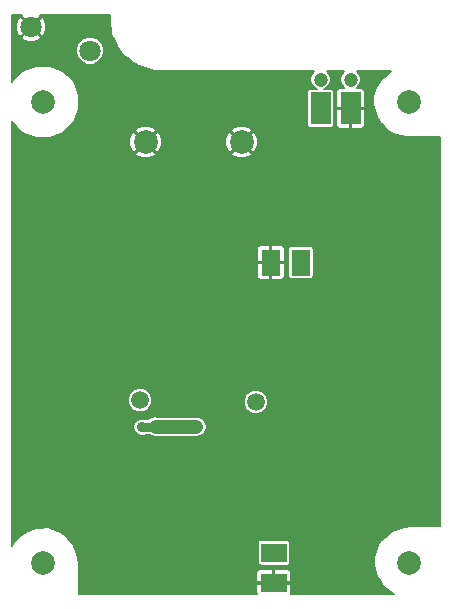
<source format=gtl>
G04 #@! TF.GenerationSoftware,KiCad,Pcbnew,(5.0.2)-1*
G04 #@! TF.CreationDate,2019-05-03T15:30:51-04:00*
G04 #@! TF.ProjectId,TrafMasterV1,54726166-4d61-4737-9465-7256312e6b69,V1*
G04 #@! TF.SameCoordinates,Original*
G04 #@! TF.FileFunction,Copper,L1,Top*
G04 #@! TF.FilePolarity,Positive*
%FSLAX46Y46*%
G04 Gerber Fmt 4.6, Leading zero omitted, Abs format (unit mm)*
G04 Created by KiCad (PCBNEW (5.0.2)-1) date 5/3/2019 3:30:51 PM*
%MOMM*%
%LPD*%
G01*
G04 APERTURE LIST*
G04 #@! TA.AperFunction,ComponentPad*
%ADD10C,1.300000*%
G04 #@! TD*
G04 #@! TA.AperFunction,BGAPad,CuDef*
%ADD11C,1.800000*%
G04 #@! TD*
G04 #@! TA.AperFunction,ComponentPad*
%ADD12C,1.500000*%
G04 #@! TD*
G04 #@! TA.AperFunction,ComponentPad*
%ADD13C,2.000000*%
G04 #@! TD*
G04 #@! TA.AperFunction,ComponentPad*
%ADD14C,1.200000*%
G04 #@! TD*
G04 #@! TA.AperFunction,ComponentPad*
%ADD15R,1.700000X2.700000*%
G04 #@! TD*
G04 #@! TA.AperFunction,ComponentPad*
%ADD16R,2.200000X1.600000*%
G04 #@! TD*
G04 #@! TA.AperFunction,ComponentPad*
%ADD17R,1.600000X2.200000*%
G04 #@! TD*
G04 #@! TA.AperFunction,ViaPad*
%ADD18C,0.635000*%
G04 #@! TD*
G04 #@! TA.AperFunction,ViaPad*
%ADD19C,0.889000*%
G04 #@! TD*
G04 #@! TA.AperFunction,Conductor*
%ADD20C,1.143000*%
G04 #@! TD*
G04 #@! TA.AperFunction,Conductor*
%ADD21C,0.762000*%
G04 #@! TD*
G04 #@! TA.AperFunction,Conductor*
%ADD22C,0.152400*%
G04 #@! TD*
G04 APERTURE END LIST*
D10*
G04 #@! TO.P,P4,1*
G04 #@! TO.N,Dev+*
X24790400Y-20091400D03*
D11*
X24790400Y-20091400D03*
G04 #@! TD*
D10*
G04 #@! TO.P,P5,1*
G04 #@! TO.N,GND1*
X19786600Y-18084800D03*
D11*
X19786600Y-18084800D03*
G04 #@! TD*
D12*
G04 #@! TO.P,P10,*
G04 #@! TO.N,*
X29014800Y-49704000D03*
G04 #@! TD*
D13*
G04 #@! TO.P,P9,5*
G04 #@! TO.N,GND1*
X37600700Y-27841900D03*
X29480700Y-27841900D03*
G04 #@! TD*
G04 #@! TO.P,P2,*
G04 #@! TO.N,*
X51790600Y-24434800D03*
G04 #@! TD*
G04 #@! TO.P,P3,*
G04 #@! TO.N,*
X20777200Y-24434800D03*
G04 #@! TD*
G04 #@! TO.P,P6,*
G04 #@! TO.N,*
X20777200Y-63449200D03*
G04 #@! TD*
G04 #@! TO.P,P7,*
G04 #@! TO.N,*
X51765200Y-63449200D03*
G04 #@! TD*
D12*
G04 #@! TO.P,P11,*
G04 #@! TO.N,*
X38798500Y-49847500D03*
G04 #@! TD*
D14*
G04 #@! TO.P,P8,*
G04 #@! TO.N,*
X46824900Y-22543600D03*
X44284900Y-22543600D03*
D15*
G04 #@! TO.P,P8,2*
G04 #@! TO.N,GND1*
X46824900Y-24993600D03*
G04 #@! TO.P,P8,1*
G04 #@! TO.N,12V_IN_RAW*
X44284900Y-24993600D03*
G04 #@! TD*
D16*
G04 #@! TO.P,P13,2*
G04 #@! TO.N,GND1*
X40335200Y-65161160D03*
G04 #@! TO.P,P13,1*
G04 #@! TO.N,5V*
X40335200Y-62621160D03*
G04 #@! TD*
D17*
G04 #@! TO.P,P14,2*
G04 #@! TO.N,GND1*
X40068500Y-38036500D03*
G04 #@! TO.P,P14,1*
G04 #@! TO.N,12V*
X42608500Y-38036500D03*
G04 #@! TD*
D18*
G04 #@! TO.N,GND1*
X24323800Y-45215300D03*
X24323800Y-44040300D03*
X23148800Y-44040300D03*
X35709480Y-64313700D03*
X49066960Y-50547780D03*
X39283640Y-31892240D03*
X21463000Y-50419000D03*
X26187400Y-52527200D03*
X50241960Y-51722780D03*
X53512720Y-48803560D03*
X52228500Y-41493440D03*
X31892240Y-60622100D03*
X33177480Y-59032140D03*
X44963080Y-60863480D03*
X46741080Y-63555880D03*
X30447301Y-50896520D03*
X32832040Y-50576480D03*
D19*
X19070320Y-57109360D03*
D18*
X52837080Y-58506360D03*
X39436040Y-58343800D03*
X23148800Y-45215300D03*
X49066960Y-51722780D03*
X50241960Y-50547780D03*
X41224200Y-53456840D03*
X53660040Y-40269160D03*
X42382440Y-45689520D03*
X35742880Y-36565840D03*
X31267400Y-36550600D03*
X31137839Y-55003422D03*
X35683847Y-39359169D03*
X34223960Y-39090600D03*
X41625520Y-24384000D03*
X45212000Y-37906960D03*
D19*
X25857200Y-33832800D03*
X20193000Y-28067000D03*
G04 #@! TO.N,12V*
X33771840Y-51943000D03*
X29157641Y-51982081D03*
G04 #@! TD*
D20*
G04 #@! TO.N,12V*
X30325381Y-51937920D02*
X30320301Y-51943000D01*
X30330461Y-51943000D02*
X33771840Y-51943000D01*
X30325381Y-51937920D02*
X30330461Y-51943000D01*
D21*
X30325381Y-51937920D02*
X30281220Y-51982081D01*
X29786258Y-51982081D02*
X29157641Y-51982081D01*
X30281220Y-51982081D02*
X29786258Y-51982081D01*
G04 #@! TD*
D22*
G04 #@! TO.N,GND1*
G36*
X18967077Y-17193435D02*
X19786600Y-18012958D01*
X20606123Y-17193435D01*
X20570025Y-17118400D01*
X26442600Y-17118400D01*
X26442600Y-17381860D01*
X26440886Y-17399533D01*
X26442600Y-17416673D01*
X26442600Y-17433903D01*
X26446065Y-17451322D01*
X26567374Y-18664415D01*
X26563567Y-18694615D01*
X26574321Y-18733885D01*
X26574832Y-18738994D01*
X26583531Y-18767517D01*
X26591406Y-18796273D01*
X26593702Y-18800865D01*
X26605580Y-18839811D01*
X26624925Y-18863312D01*
X26845406Y-19304273D01*
X27113718Y-19840897D01*
X27127538Y-19869716D01*
X27129307Y-19872074D01*
X27130625Y-19874711D01*
X27150233Y-19899976D01*
X27502789Y-20370053D01*
X27512765Y-20394065D01*
X27544699Y-20425932D01*
X27550422Y-20433563D01*
X27569375Y-20450556D01*
X27587373Y-20468517D01*
X27595301Y-20473802D01*
X27628898Y-20503926D01*
X27653432Y-20512556D01*
X27968216Y-20722413D01*
X28290712Y-21044910D01*
X28302023Y-21064752D01*
X28340126Y-21094324D01*
X28349081Y-21103279D01*
X28367657Y-21115691D01*
X28385289Y-21129375D01*
X28396607Y-21135034D01*
X28436720Y-21161836D01*
X28459124Y-21166293D01*
X28915893Y-21394678D01*
X28937817Y-21407175D01*
X28947030Y-21410246D01*
X28955726Y-21414594D01*
X28980091Y-21421266D01*
X29385041Y-21556250D01*
X29385042Y-21556250D01*
X29712802Y-21665504D01*
X29725184Y-21671353D01*
X29745848Y-21676519D01*
X29766041Y-21683250D01*
X29779619Y-21684962D01*
X30207306Y-21791883D01*
X30214720Y-21796837D01*
X30275412Y-21808910D01*
X30300906Y-21815283D01*
X30309574Y-21815705D01*
X30318096Y-21817400D01*
X30344402Y-21817400D01*
X30406183Y-21820407D01*
X30414575Y-21817400D01*
X43767441Y-21817400D01*
X43539381Y-22045460D01*
X43405500Y-22368677D01*
X43405500Y-22718523D01*
X43539381Y-23041740D01*
X43786760Y-23289119D01*
X43954808Y-23358727D01*
X43434900Y-23358727D01*
X43325884Y-23380412D01*
X43233464Y-23442164D01*
X43171712Y-23534584D01*
X43150027Y-23643600D01*
X43150027Y-26343600D01*
X43171712Y-26452616D01*
X43233464Y-26545036D01*
X43325884Y-26606788D01*
X43434900Y-26628473D01*
X45134900Y-26628473D01*
X45243916Y-26606788D01*
X45336336Y-26545036D01*
X45398088Y-26452616D01*
X45419773Y-26343600D01*
X45419773Y-25139650D01*
X45593900Y-25139650D01*
X45593900Y-26419385D01*
X45651904Y-26559419D01*
X45759080Y-26666596D01*
X45899114Y-26724600D01*
X46678850Y-26724600D01*
X46774100Y-26629350D01*
X46774100Y-25044400D01*
X46875700Y-25044400D01*
X46875700Y-26629350D01*
X46970950Y-26724600D01*
X47750686Y-26724600D01*
X47890720Y-26666596D01*
X47997896Y-26559419D01*
X48055900Y-26419385D01*
X48055900Y-25139650D01*
X47960650Y-25044400D01*
X46875700Y-25044400D01*
X46774100Y-25044400D01*
X45689150Y-25044400D01*
X45593900Y-25139650D01*
X45419773Y-25139650D01*
X45419773Y-23643600D01*
X45398088Y-23534584D01*
X45336336Y-23442164D01*
X45243916Y-23380412D01*
X45134900Y-23358727D01*
X44614992Y-23358727D01*
X44783040Y-23289119D01*
X45030419Y-23041740D01*
X45164300Y-22718523D01*
X45164300Y-22368677D01*
X45030419Y-22045460D01*
X44802359Y-21817400D01*
X46307441Y-21817400D01*
X46079381Y-22045460D01*
X45945500Y-22368677D01*
X45945500Y-22718523D01*
X46079381Y-23041740D01*
X46300241Y-23262600D01*
X45899114Y-23262600D01*
X45759080Y-23320604D01*
X45651904Y-23427781D01*
X45593900Y-23567815D01*
X45593900Y-24847550D01*
X45689150Y-24942800D01*
X46774100Y-24942800D01*
X46774100Y-24922800D01*
X46875700Y-24922800D01*
X46875700Y-24942800D01*
X47960650Y-24942800D01*
X48055900Y-24847550D01*
X48055900Y-23567815D01*
X47997896Y-23427781D01*
X47890720Y-23320604D01*
X47750686Y-23262600D01*
X47349559Y-23262600D01*
X47570419Y-23041740D01*
X47704300Y-22718523D01*
X47704300Y-22368677D01*
X47570419Y-22045460D01*
X47342359Y-21817400D01*
X50234222Y-21817400D01*
X49885707Y-22142681D01*
X49379049Y-22573340D01*
X49363783Y-22591014D01*
X49109783Y-22997414D01*
X49102898Y-23011457D01*
X48747298Y-23976657D01*
X48742649Y-24005720D01*
X48768049Y-24716920D01*
X48769480Y-24729144D01*
X48820280Y-24983144D01*
X48821940Y-24989848D01*
X49025140Y-25675648D01*
X49034019Y-25695076D01*
X49440419Y-26330076D01*
X49451986Y-26344120D01*
X50010786Y-26877520D01*
X50026394Y-26889011D01*
X50712194Y-27270011D01*
X50737436Y-27278687D01*
X51550236Y-27405687D01*
X51559995Y-27406574D01*
X52525195Y-27431974D01*
X52527200Y-27432000D01*
X54382601Y-27432000D01*
X54382600Y-60375800D01*
X51993800Y-60375800D01*
X51984721Y-60376343D01*
X51349721Y-60452543D01*
X51337612Y-60455005D01*
X50372412Y-60734405D01*
X50341607Y-60751894D01*
X49961907Y-61106281D01*
X49455249Y-61536940D01*
X49439983Y-61554614D01*
X49185983Y-61961014D01*
X49179098Y-61975057D01*
X48823498Y-62940257D01*
X48818849Y-62969320D01*
X48844249Y-63680520D01*
X48845680Y-63692744D01*
X48896480Y-63946744D01*
X48898140Y-63953448D01*
X49101340Y-64639248D01*
X49110219Y-64658676D01*
X49516619Y-65293676D01*
X49528186Y-65307720D01*
X50086986Y-65841120D01*
X50102594Y-65852611D01*
X50487774Y-66066600D01*
X41803916Y-66066600D01*
X41816200Y-66036945D01*
X41816200Y-65307210D01*
X41720950Y-65211960D01*
X40386000Y-65211960D01*
X40386000Y-65231960D01*
X40284400Y-65231960D01*
X40284400Y-65211960D01*
X38949450Y-65211960D01*
X38854200Y-65307210D01*
X38854200Y-66036945D01*
X38866484Y-66066600D01*
X23799800Y-66066600D01*
X23799800Y-64285375D01*
X38854200Y-64285375D01*
X38854200Y-65015110D01*
X38949450Y-65110360D01*
X40284400Y-65110360D01*
X40284400Y-64075410D01*
X40386000Y-64075410D01*
X40386000Y-65110360D01*
X41720950Y-65110360D01*
X41816200Y-65015110D01*
X41816200Y-64285375D01*
X41758196Y-64145341D01*
X41651020Y-64038164D01*
X41510986Y-63980160D01*
X40481250Y-63980160D01*
X40386000Y-64075410D01*
X40284400Y-64075410D01*
X40189150Y-63980160D01*
X39159414Y-63980160D01*
X39019380Y-64038164D01*
X38912204Y-64145341D01*
X38854200Y-64285375D01*
X23799800Y-64285375D01*
X23799800Y-63627000D01*
X23799257Y-63617921D01*
X23723057Y-62982921D01*
X23720595Y-62970812D01*
X23441195Y-62005612D01*
X23423706Y-61974807D01*
X23280302Y-61821160D01*
X38950327Y-61821160D01*
X38950327Y-63421160D01*
X38972012Y-63530176D01*
X39033764Y-63622596D01*
X39126184Y-63684348D01*
X39235200Y-63706033D01*
X41435200Y-63706033D01*
X41544216Y-63684348D01*
X41636636Y-63622596D01*
X41698388Y-63530176D01*
X41720073Y-63421160D01*
X41720073Y-61821160D01*
X41698388Y-61712144D01*
X41636636Y-61619724D01*
X41544216Y-61557972D01*
X41435200Y-61536287D01*
X39235200Y-61536287D01*
X39126184Y-61557972D01*
X39033764Y-61619724D01*
X38972012Y-61712144D01*
X38950327Y-61821160D01*
X23280302Y-61821160D01*
X23069319Y-61595107D01*
X22638660Y-61088449D01*
X22620986Y-61073183D01*
X22214586Y-60819183D01*
X22200543Y-60812298D01*
X21235343Y-60456698D01*
X21206280Y-60452049D01*
X20495080Y-60477449D01*
X20482856Y-60478880D01*
X20228856Y-60529680D01*
X20222152Y-60531340D01*
X19536352Y-60734540D01*
X19516924Y-60743419D01*
X18881924Y-61149819D01*
X18867880Y-61161386D01*
X18334480Y-61720186D01*
X18322989Y-61735794D01*
X18134400Y-62075254D01*
X18134400Y-51838088D01*
X28433741Y-51838088D01*
X28433741Y-52126074D01*
X28543948Y-52392137D01*
X28747585Y-52595774D01*
X29013648Y-52705981D01*
X29301634Y-52705981D01*
X29454936Y-52642481D01*
X29835570Y-52642481D01*
X29988297Y-52744530D01*
X30320301Y-52810570D01*
X30325381Y-52809560D01*
X30330460Y-52810570D01*
X30414266Y-52793900D01*
X33855646Y-52793900D01*
X34103845Y-52744530D01*
X34385305Y-52556465D01*
X34573370Y-52275005D01*
X34639410Y-51943000D01*
X34573370Y-51610995D01*
X34385305Y-51329535D01*
X34103845Y-51141470D01*
X33855646Y-51092100D01*
X30434725Y-51092100D01*
X30325381Y-51070350D01*
X30325380Y-51070350D01*
X29993377Y-51136390D01*
X29716070Y-51321681D01*
X29454936Y-51321681D01*
X29301634Y-51258181D01*
X29013648Y-51258181D01*
X28747585Y-51368388D01*
X28543948Y-51572025D01*
X28433741Y-51838088D01*
X18134400Y-51838088D01*
X18134400Y-49499240D01*
X27985400Y-49499240D01*
X27985400Y-49908760D01*
X28142117Y-50287108D01*
X28431692Y-50576683D01*
X28810040Y-50733400D01*
X29219560Y-50733400D01*
X29597908Y-50576683D01*
X29887483Y-50287108D01*
X30044200Y-49908760D01*
X30044200Y-49642740D01*
X37769100Y-49642740D01*
X37769100Y-50052260D01*
X37925817Y-50430608D01*
X38215392Y-50720183D01*
X38593740Y-50876900D01*
X39003260Y-50876900D01*
X39381608Y-50720183D01*
X39671183Y-50430608D01*
X39827900Y-50052260D01*
X39827900Y-49642740D01*
X39671183Y-49264392D01*
X39381608Y-48974817D01*
X39003260Y-48818100D01*
X38593740Y-48818100D01*
X38215392Y-48974817D01*
X37925817Y-49264392D01*
X37769100Y-49642740D01*
X30044200Y-49642740D01*
X30044200Y-49499240D01*
X29887483Y-49120892D01*
X29597908Y-48831317D01*
X29219560Y-48674600D01*
X28810040Y-48674600D01*
X28431692Y-48831317D01*
X28142117Y-49120892D01*
X27985400Y-49499240D01*
X18134400Y-49499240D01*
X18134400Y-38182550D01*
X38887500Y-38182550D01*
X38887500Y-39212286D01*
X38945504Y-39352320D01*
X39052681Y-39459496D01*
X39192715Y-39517500D01*
X39922450Y-39517500D01*
X40017700Y-39422250D01*
X40017700Y-38087300D01*
X40119300Y-38087300D01*
X40119300Y-39422250D01*
X40214550Y-39517500D01*
X40944285Y-39517500D01*
X41084319Y-39459496D01*
X41191496Y-39352320D01*
X41249500Y-39212286D01*
X41249500Y-38182550D01*
X41154250Y-38087300D01*
X40119300Y-38087300D01*
X40017700Y-38087300D01*
X38982750Y-38087300D01*
X38887500Y-38182550D01*
X18134400Y-38182550D01*
X18134400Y-36860714D01*
X38887500Y-36860714D01*
X38887500Y-37890450D01*
X38982750Y-37985700D01*
X40017700Y-37985700D01*
X40017700Y-36650750D01*
X40119300Y-36650750D01*
X40119300Y-37985700D01*
X41154250Y-37985700D01*
X41249500Y-37890450D01*
X41249500Y-36936500D01*
X41523627Y-36936500D01*
X41523627Y-39136500D01*
X41545312Y-39245516D01*
X41607064Y-39337936D01*
X41699484Y-39399688D01*
X41808500Y-39421373D01*
X43408500Y-39421373D01*
X43517516Y-39399688D01*
X43609936Y-39337936D01*
X43671688Y-39245516D01*
X43693373Y-39136500D01*
X43693373Y-36936500D01*
X43671688Y-36827484D01*
X43609936Y-36735064D01*
X43517516Y-36673312D01*
X43408500Y-36651627D01*
X41808500Y-36651627D01*
X41699484Y-36673312D01*
X41607064Y-36735064D01*
X41545312Y-36827484D01*
X41523627Y-36936500D01*
X41249500Y-36936500D01*
X41249500Y-36860714D01*
X41191496Y-36720680D01*
X41084319Y-36613504D01*
X40944285Y-36555500D01*
X40214550Y-36555500D01*
X40119300Y-36650750D01*
X40017700Y-36650750D01*
X39922450Y-36555500D01*
X39192715Y-36555500D01*
X39052681Y-36613504D01*
X38945504Y-36720680D01*
X38887500Y-36860714D01*
X18134400Y-36860714D01*
X18134400Y-28805419D01*
X28589023Y-28805419D01*
X28694703Y-29010158D01*
X29201606Y-29222018D01*
X29750999Y-29223768D01*
X30259242Y-29015140D01*
X30266697Y-29010158D01*
X30372377Y-28805419D01*
X36709023Y-28805419D01*
X36814703Y-29010158D01*
X37321606Y-29222018D01*
X37870999Y-29223768D01*
X38379242Y-29015140D01*
X38386697Y-29010158D01*
X38492377Y-28805419D01*
X37600700Y-27913742D01*
X36709023Y-28805419D01*
X30372377Y-28805419D01*
X29480700Y-27913742D01*
X28589023Y-28805419D01*
X18134400Y-28805419D01*
X18134400Y-28112199D01*
X28098832Y-28112199D01*
X28307460Y-28620442D01*
X28312442Y-28627897D01*
X28517181Y-28733577D01*
X29408858Y-27841900D01*
X29552542Y-27841900D01*
X30444219Y-28733577D01*
X30648958Y-28627897D01*
X30860818Y-28120994D01*
X30860846Y-28112199D01*
X36218832Y-28112199D01*
X36427460Y-28620442D01*
X36432442Y-28627897D01*
X36637181Y-28733577D01*
X37528858Y-27841900D01*
X37672542Y-27841900D01*
X38564219Y-28733577D01*
X38768958Y-28627897D01*
X38980818Y-28120994D01*
X38982568Y-27571601D01*
X38773940Y-27063358D01*
X38768958Y-27055903D01*
X38564219Y-26950223D01*
X37672542Y-27841900D01*
X37528858Y-27841900D01*
X36637181Y-26950223D01*
X36432442Y-27055903D01*
X36220582Y-27562806D01*
X36218832Y-28112199D01*
X30860846Y-28112199D01*
X30862568Y-27571601D01*
X30653940Y-27063358D01*
X30648958Y-27055903D01*
X30444219Y-26950223D01*
X29552542Y-27841900D01*
X29408858Y-27841900D01*
X28517181Y-26950223D01*
X28312442Y-27055903D01*
X28100582Y-27562806D01*
X28098832Y-28112199D01*
X18134400Y-28112199D01*
X18134400Y-26093013D01*
X18169324Y-26177327D01*
X19034673Y-27042676D01*
X20165306Y-27511000D01*
X21389094Y-27511000D01*
X22519727Y-27042676D01*
X22684022Y-26878381D01*
X28589023Y-26878381D01*
X29480700Y-27770058D01*
X30372377Y-26878381D01*
X36709023Y-26878381D01*
X37600700Y-27770058D01*
X38492377Y-26878381D01*
X38386697Y-26673642D01*
X37879794Y-26461782D01*
X37330401Y-26460032D01*
X36822158Y-26668660D01*
X36814703Y-26673642D01*
X36709023Y-26878381D01*
X30372377Y-26878381D01*
X30266697Y-26673642D01*
X29759794Y-26461782D01*
X29210401Y-26460032D01*
X28702158Y-26668660D01*
X28694703Y-26673642D01*
X28589023Y-26878381D01*
X22684022Y-26878381D01*
X23385076Y-26177327D01*
X23853400Y-25046694D01*
X23853400Y-23822906D01*
X23385076Y-22692273D01*
X22519727Y-21826924D01*
X21389094Y-21358600D01*
X20165306Y-21358600D01*
X19034673Y-21826924D01*
X18169324Y-22692273D01*
X18134400Y-22776587D01*
X18134400Y-19856803D01*
X23611000Y-19856803D01*
X23611000Y-20325997D01*
X23790553Y-20759477D01*
X24122323Y-21091247D01*
X24555803Y-21270800D01*
X25024997Y-21270800D01*
X25458477Y-21091247D01*
X25790247Y-20759477D01*
X25969800Y-20325997D01*
X25969800Y-19856803D01*
X25790247Y-19423323D01*
X25458477Y-19091553D01*
X25024997Y-18912000D01*
X24555803Y-18912000D01*
X24122323Y-19091553D01*
X23790553Y-19423323D01*
X23611000Y-19856803D01*
X18134400Y-19856803D01*
X18134400Y-18976165D01*
X18967077Y-18976165D01*
X19060575Y-19170514D01*
X19531325Y-19365707D01*
X20040938Y-19365894D01*
X20511831Y-19171045D01*
X20512625Y-19170514D01*
X20606123Y-18976165D01*
X19786600Y-18156642D01*
X18967077Y-18976165D01*
X18134400Y-18976165D01*
X18134400Y-18339138D01*
X18505506Y-18339138D01*
X18700355Y-18810031D01*
X18700886Y-18810825D01*
X18895235Y-18904323D01*
X19714758Y-18084800D01*
X19858442Y-18084800D01*
X20677965Y-18904323D01*
X20872314Y-18810825D01*
X21067507Y-18340075D01*
X21067694Y-17830462D01*
X20872845Y-17359569D01*
X20872314Y-17358775D01*
X20677965Y-17265277D01*
X19858442Y-18084800D01*
X19714758Y-18084800D01*
X18895235Y-17265277D01*
X18700886Y-17358775D01*
X18505693Y-17829525D01*
X18505506Y-18339138D01*
X18134400Y-18339138D01*
X18134400Y-17118400D01*
X19003175Y-17118400D01*
X18967077Y-17193435D01*
X18967077Y-17193435D01*
G37*
X18967077Y-17193435D02*
X19786600Y-18012958D01*
X20606123Y-17193435D01*
X20570025Y-17118400D01*
X26442600Y-17118400D01*
X26442600Y-17381860D01*
X26440886Y-17399533D01*
X26442600Y-17416673D01*
X26442600Y-17433903D01*
X26446065Y-17451322D01*
X26567374Y-18664415D01*
X26563567Y-18694615D01*
X26574321Y-18733885D01*
X26574832Y-18738994D01*
X26583531Y-18767517D01*
X26591406Y-18796273D01*
X26593702Y-18800865D01*
X26605580Y-18839811D01*
X26624925Y-18863312D01*
X26845406Y-19304273D01*
X27113718Y-19840897D01*
X27127538Y-19869716D01*
X27129307Y-19872074D01*
X27130625Y-19874711D01*
X27150233Y-19899976D01*
X27502789Y-20370053D01*
X27512765Y-20394065D01*
X27544699Y-20425932D01*
X27550422Y-20433563D01*
X27569375Y-20450556D01*
X27587373Y-20468517D01*
X27595301Y-20473802D01*
X27628898Y-20503926D01*
X27653432Y-20512556D01*
X27968216Y-20722413D01*
X28290712Y-21044910D01*
X28302023Y-21064752D01*
X28340126Y-21094324D01*
X28349081Y-21103279D01*
X28367657Y-21115691D01*
X28385289Y-21129375D01*
X28396607Y-21135034D01*
X28436720Y-21161836D01*
X28459124Y-21166293D01*
X28915893Y-21394678D01*
X28937817Y-21407175D01*
X28947030Y-21410246D01*
X28955726Y-21414594D01*
X28980091Y-21421266D01*
X29385041Y-21556250D01*
X29385042Y-21556250D01*
X29712802Y-21665504D01*
X29725184Y-21671353D01*
X29745848Y-21676519D01*
X29766041Y-21683250D01*
X29779619Y-21684962D01*
X30207306Y-21791883D01*
X30214720Y-21796837D01*
X30275412Y-21808910D01*
X30300906Y-21815283D01*
X30309574Y-21815705D01*
X30318096Y-21817400D01*
X30344402Y-21817400D01*
X30406183Y-21820407D01*
X30414575Y-21817400D01*
X43767441Y-21817400D01*
X43539381Y-22045460D01*
X43405500Y-22368677D01*
X43405500Y-22718523D01*
X43539381Y-23041740D01*
X43786760Y-23289119D01*
X43954808Y-23358727D01*
X43434900Y-23358727D01*
X43325884Y-23380412D01*
X43233464Y-23442164D01*
X43171712Y-23534584D01*
X43150027Y-23643600D01*
X43150027Y-26343600D01*
X43171712Y-26452616D01*
X43233464Y-26545036D01*
X43325884Y-26606788D01*
X43434900Y-26628473D01*
X45134900Y-26628473D01*
X45243916Y-26606788D01*
X45336336Y-26545036D01*
X45398088Y-26452616D01*
X45419773Y-26343600D01*
X45419773Y-25139650D01*
X45593900Y-25139650D01*
X45593900Y-26419385D01*
X45651904Y-26559419D01*
X45759080Y-26666596D01*
X45899114Y-26724600D01*
X46678850Y-26724600D01*
X46774100Y-26629350D01*
X46774100Y-25044400D01*
X46875700Y-25044400D01*
X46875700Y-26629350D01*
X46970950Y-26724600D01*
X47750686Y-26724600D01*
X47890720Y-26666596D01*
X47997896Y-26559419D01*
X48055900Y-26419385D01*
X48055900Y-25139650D01*
X47960650Y-25044400D01*
X46875700Y-25044400D01*
X46774100Y-25044400D01*
X45689150Y-25044400D01*
X45593900Y-25139650D01*
X45419773Y-25139650D01*
X45419773Y-23643600D01*
X45398088Y-23534584D01*
X45336336Y-23442164D01*
X45243916Y-23380412D01*
X45134900Y-23358727D01*
X44614992Y-23358727D01*
X44783040Y-23289119D01*
X45030419Y-23041740D01*
X45164300Y-22718523D01*
X45164300Y-22368677D01*
X45030419Y-22045460D01*
X44802359Y-21817400D01*
X46307441Y-21817400D01*
X46079381Y-22045460D01*
X45945500Y-22368677D01*
X45945500Y-22718523D01*
X46079381Y-23041740D01*
X46300241Y-23262600D01*
X45899114Y-23262600D01*
X45759080Y-23320604D01*
X45651904Y-23427781D01*
X45593900Y-23567815D01*
X45593900Y-24847550D01*
X45689150Y-24942800D01*
X46774100Y-24942800D01*
X46774100Y-24922800D01*
X46875700Y-24922800D01*
X46875700Y-24942800D01*
X47960650Y-24942800D01*
X48055900Y-24847550D01*
X48055900Y-23567815D01*
X47997896Y-23427781D01*
X47890720Y-23320604D01*
X47750686Y-23262600D01*
X47349559Y-23262600D01*
X47570419Y-23041740D01*
X47704300Y-22718523D01*
X47704300Y-22368677D01*
X47570419Y-22045460D01*
X47342359Y-21817400D01*
X50234222Y-21817400D01*
X49885707Y-22142681D01*
X49379049Y-22573340D01*
X49363783Y-22591014D01*
X49109783Y-22997414D01*
X49102898Y-23011457D01*
X48747298Y-23976657D01*
X48742649Y-24005720D01*
X48768049Y-24716920D01*
X48769480Y-24729144D01*
X48820280Y-24983144D01*
X48821940Y-24989848D01*
X49025140Y-25675648D01*
X49034019Y-25695076D01*
X49440419Y-26330076D01*
X49451986Y-26344120D01*
X50010786Y-26877520D01*
X50026394Y-26889011D01*
X50712194Y-27270011D01*
X50737436Y-27278687D01*
X51550236Y-27405687D01*
X51559995Y-27406574D01*
X52525195Y-27431974D01*
X52527200Y-27432000D01*
X54382601Y-27432000D01*
X54382600Y-60375800D01*
X51993800Y-60375800D01*
X51984721Y-60376343D01*
X51349721Y-60452543D01*
X51337612Y-60455005D01*
X50372412Y-60734405D01*
X50341607Y-60751894D01*
X49961907Y-61106281D01*
X49455249Y-61536940D01*
X49439983Y-61554614D01*
X49185983Y-61961014D01*
X49179098Y-61975057D01*
X48823498Y-62940257D01*
X48818849Y-62969320D01*
X48844249Y-63680520D01*
X48845680Y-63692744D01*
X48896480Y-63946744D01*
X48898140Y-63953448D01*
X49101340Y-64639248D01*
X49110219Y-64658676D01*
X49516619Y-65293676D01*
X49528186Y-65307720D01*
X50086986Y-65841120D01*
X50102594Y-65852611D01*
X50487774Y-66066600D01*
X41803916Y-66066600D01*
X41816200Y-66036945D01*
X41816200Y-65307210D01*
X41720950Y-65211960D01*
X40386000Y-65211960D01*
X40386000Y-65231960D01*
X40284400Y-65231960D01*
X40284400Y-65211960D01*
X38949450Y-65211960D01*
X38854200Y-65307210D01*
X38854200Y-66036945D01*
X38866484Y-66066600D01*
X23799800Y-66066600D01*
X23799800Y-64285375D01*
X38854200Y-64285375D01*
X38854200Y-65015110D01*
X38949450Y-65110360D01*
X40284400Y-65110360D01*
X40284400Y-64075410D01*
X40386000Y-64075410D01*
X40386000Y-65110360D01*
X41720950Y-65110360D01*
X41816200Y-65015110D01*
X41816200Y-64285375D01*
X41758196Y-64145341D01*
X41651020Y-64038164D01*
X41510986Y-63980160D01*
X40481250Y-63980160D01*
X40386000Y-64075410D01*
X40284400Y-64075410D01*
X40189150Y-63980160D01*
X39159414Y-63980160D01*
X39019380Y-64038164D01*
X38912204Y-64145341D01*
X38854200Y-64285375D01*
X23799800Y-64285375D01*
X23799800Y-63627000D01*
X23799257Y-63617921D01*
X23723057Y-62982921D01*
X23720595Y-62970812D01*
X23441195Y-62005612D01*
X23423706Y-61974807D01*
X23280302Y-61821160D01*
X38950327Y-61821160D01*
X38950327Y-63421160D01*
X38972012Y-63530176D01*
X39033764Y-63622596D01*
X39126184Y-63684348D01*
X39235200Y-63706033D01*
X41435200Y-63706033D01*
X41544216Y-63684348D01*
X41636636Y-63622596D01*
X41698388Y-63530176D01*
X41720073Y-63421160D01*
X41720073Y-61821160D01*
X41698388Y-61712144D01*
X41636636Y-61619724D01*
X41544216Y-61557972D01*
X41435200Y-61536287D01*
X39235200Y-61536287D01*
X39126184Y-61557972D01*
X39033764Y-61619724D01*
X38972012Y-61712144D01*
X38950327Y-61821160D01*
X23280302Y-61821160D01*
X23069319Y-61595107D01*
X22638660Y-61088449D01*
X22620986Y-61073183D01*
X22214586Y-60819183D01*
X22200543Y-60812298D01*
X21235343Y-60456698D01*
X21206280Y-60452049D01*
X20495080Y-60477449D01*
X20482856Y-60478880D01*
X20228856Y-60529680D01*
X20222152Y-60531340D01*
X19536352Y-60734540D01*
X19516924Y-60743419D01*
X18881924Y-61149819D01*
X18867880Y-61161386D01*
X18334480Y-61720186D01*
X18322989Y-61735794D01*
X18134400Y-62075254D01*
X18134400Y-51838088D01*
X28433741Y-51838088D01*
X28433741Y-52126074D01*
X28543948Y-52392137D01*
X28747585Y-52595774D01*
X29013648Y-52705981D01*
X29301634Y-52705981D01*
X29454936Y-52642481D01*
X29835570Y-52642481D01*
X29988297Y-52744530D01*
X30320301Y-52810570D01*
X30325381Y-52809560D01*
X30330460Y-52810570D01*
X30414266Y-52793900D01*
X33855646Y-52793900D01*
X34103845Y-52744530D01*
X34385305Y-52556465D01*
X34573370Y-52275005D01*
X34639410Y-51943000D01*
X34573370Y-51610995D01*
X34385305Y-51329535D01*
X34103845Y-51141470D01*
X33855646Y-51092100D01*
X30434725Y-51092100D01*
X30325381Y-51070350D01*
X30325380Y-51070350D01*
X29993377Y-51136390D01*
X29716070Y-51321681D01*
X29454936Y-51321681D01*
X29301634Y-51258181D01*
X29013648Y-51258181D01*
X28747585Y-51368388D01*
X28543948Y-51572025D01*
X28433741Y-51838088D01*
X18134400Y-51838088D01*
X18134400Y-49499240D01*
X27985400Y-49499240D01*
X27985400Y-49908760D01*
X28142117Y-50287108D01*
X28431692Y-50576683D01*
X28810040Y-50733400D01*
X29219560Y-50733400D01*
X29597908Y-50576683D01*
X29887483Y-50287108D01*
X30044200Y-49908760D01*
X30044200Y-49642740D01*
X37769100Y-49642740D01*
X37769100Y-50052260D01*
X37925817Y-50430608D01*
X38215392Y-50720183D01*
X38593740Y-50876900D01*
X39003260Y-50876900D01*
X39381608Y-50720183D01*
X39671183Y-50430608D01*
X39827900Y-50052260D01*
X39827900Y-49642740D01*
X39671183Y-49264392D01*
X39381608Y-48974817D01*
X39003260Y-48818100D01*
X38593740Y-48818100D01*
X38215392Y-48974817D01*
X37925817Y-49264392D01*
X37769100Y-49642740D01*
X30044200Y-49642740D01*
X30044200Y-49499240D01*
X29887483Y-49120892D01*
X29597908Y-48831317D01*
X29219560Y-48674600D01*
X28810040Y-48674600D01*
X28431692Y-48831317D01*
X28142117Y-49120892D01*
X27985400Y-49499240D01*
X18134400Y-49499240D01*
X18134400Y-38182550D01*
X38887500Y-38182550D01*
X38887500Y-39212286D01*
X38945504Y-39352320D01*
X39052681Y-39459496D01*
X39192715Y-39517500D01*
X39922450Y-39517500D01*
X40017700Y-39422250D01*
X40017700Y-38087300D01*
X40119300Y-38087300D01*
X40119300Y-39422250D01*
X40214550Y-39517500D01*
X40944285Y-39517500D01*
X41084319Y-39459496D01*
X41191496Y-39352320D01*
X41249500Y-39212286D01*
X41249500Y-38182550D01*
X41154250Y-38087300D01*
X40119300Y-38087300D01*
X40017700Y-38087300D01*
X38982750Y-38087300D01*
X38887500Y-38182550D01*
X18134400Y-38182550D01*
X18134400Y-36860714D01*
X38887500Y-36860714D01*
X38887500Y-37890450D01*
X38982750Y-37985700D01*
X40017700Y-37985700D01*
X40017700Y-36650750D01*
X40119300Y-36650750D01*
X40119300Y-37985700D01*
X41154250Y-37985700D01*
X41249500Y-37890450D01*
X41249500Y-36936500D01*
X41523627Y-36936500D01*
X41523627Y-39136500D01*
X41545312Y-39245516D01*
X41607064Y-39337936D01*
X41699484Y-39399688D01*
X41808500Y-39421373D01*
X43408500Y-39421373D01*
X43517516Y-39399688D01*
X43609936Y-39337936D01*
X43671688Y-39245516D01*
X43693373Y-39136500D01*
X43693373Y-36936500D01*
X43671688Y-36827484D01*
X43609936Y-36735064D01*
X43517516Y-36673312D01*
X43408500Y-36651627D01*
X41808500Y-36651627D01*
X41699484Y-36673312D01*
X41607064Y-36735064D01*
X41545312Y-36827484D01*
X41523627Y-36936500D01*
X41249500Y-36936500D01*
X41249500Y-36860714D01*
X41191496Y-36720680D01*
X41084319Y-36613504D01*
X40944285Y-36555500D01*
X40214550Y-36555500D01*
X40119300Y-36650750D01*
X40017700Y-36650750D01*
X39922450Y-36555500D01*
X39192715Y-36555500D01*
X39052681Y-36613504D01*
X38945504Y-36720680D01*
X38887500Y-36860714D01*
X18134400Y-36860714D01*
X18134400Y-28805419D01*
X28589023Y-28805419D01*
X28694703Y-29010158D01*
X29201606Y-29222018D01*
X29750999Y-29223768D01*
X30259242Y-29015140D01*
X30266697Y-29010158D01*
X30372377Y-28805419D01*
X36709023Y-28805419D01*
X36814703Y-29010158D01*
X37321606Y-29222018D01*
X37870999Y-29223768D01*
X38379242Y-29015140D01*
X38386697Y-29010158D01*
X38492377Y-28805419D01*
X37600700Y-27913742D01*
X36709023Y-28805419D01*
X30372377Y-28805419D01*
X29480700Y-27913742D01*
X28589023Y-28805419D01*
X18134400Y-28805419D01*
X18134400Y-28112199D01*
X28098832Y-28112199D01*
X28307460Y-28620442D01*
X28312442Y-28627897D01*
X28517181Y-28733577D01*
X29408858Y-27841900D01*
X29552542Y-27841900D01*
X30444219Y-28733577D01*
X30648958Y-28627897D01*
X30860818Y-28120994D01*
X30860846Y-28112199D01*
X36218832Y-28112199D01*
X36427460Y-28620442D01*
X36432442Y-28627897D01*
X36637181Y-28733577D01*
X37528858Y-27841900D01*
X37672542Y-27841900D01*
X38564219Y-28733577D01*
X38768958Y-28627897D01*
X38980818Y-28120994D01*
X38982568Y-27571601D01*
X38773940Y-27063358D01*
X38768958Y-27055903D01*
X38564219Y-26950223D01*
X37672542Y-27841900D01*
X37528858Y-27841900D01*
X36637181Y-26950223D01*
X36432442Y-27055903D01*
X36220582Y-27562806D01*
X36218832Y-28112199D01*
X30860846Y-28112199D01*
X30862568Y-27571601D01*
X30653940Y-27063358D01*
X30648958Y-27055903D01*
X30444219Y-26950223D01*
X29552542Y-27841900D01*
X29408858Y-27841900D01*
X28517181Y-26950223D01*
X28312442Y-27055903D01*
X28100582Y-27562806D01*
X28098832Y-28112199D01*
X18134400Y-28112199D01*
X18134400Y-26093013D01*
X18169324Y-26177327D01*
X19034673Y-27042676D01*
X20165306Y-27511000D01*
X21389094Y-27511000D01*
X22519727Y-27042676D01*
X22684022Y-26878381D01*
X28589023Y-26878381D01*
X29480700Y-27770058D01*
X30372377Y-26878381D01*
X36709023Y-26878381D01*
X37600700Y-27770058D01*
X38492377Y-26878381D01*
X38386697Y-26673642D01*
X37879794Y-26461782D01*
X37330401Y-26460032D01*
X36822158Y-26668660D01*
X36814703Y-26673642D01*
X36709023Y-26878381D01*
X30372377Y-26878381D01*
X30266697Y-26673642D01*
X29759794Y-26461782D01*
X29210401Y-26460032D01*
X28702158Y-26668660D01*
X28694703Y-26673642D01*
X28589023Y-26878381D01*
X22684022Y-26878381D01*
X23385076Y-26177327D01*
X23853400Y-25046694D01*
X23853400Y-23822906D01*
X23385076Y-22692273D01*
X22519727Y-21826924D01*
X21389094Y-21358600D01*
X20165306Y-21358600D01*
X19034673Y-21826924D01*
X18169324Y-22692273D01*
X18134400Y-22776587D01*
X18134400Y-19856803D01*
X23611000Y-19856803D01*
X23611000Y-20325997D01*
X23790553Y-20759477D01*
X24122323Y-21091247D01*
X24555803Y-21270800D01*
X25024997Y-21270800D01*
X25458477Y-21091247D01*
X25790247Y-20759477D01*
X25969800Y-20325997D01*
X25969800Y-19856803D01*
X25790247Y-19423323D01*
X25458477Y-19091553D01*
X25024997Y-18912000D01*
X24555803Y-18912000D01*
X24122323Y-19091553D01*
X23790553Y-19423323D01*
X23611000Y-19856803D01*
X18134400Y-19856803D01*
X18134400Y-18976165D01*
X18967077Y-18976165D01*
X19060575Y-19170514D01*
X19531325Y-19365707D01*
X20040938Y-19365894D01*
X20511831Y-19171045D01*
X20512625Y-19170514D01*
X20606123Y-18976165D01*
X19786600Y-18156642D01*
X18967077Y-18976165D01*
X18134400Y-18976165D01*
X18134400Y-18339138D01*
X18505506Y-18339138D01*
X18700355Y-18810031D01*
X18700886Y-18810825D01*
X18895235Y-18904323D01*
X19714758Y-18084800D01*
X19858442Y-18084800D01*
X20677965Y-18904323D01*
X20872314Y-18810825D01*
X21067507Y-18340075D01*
X21067694Y-17830462D01*
X20872845Y-17359569D01*
X20872314Y-17358775D01*
X20677965Y-17265277D01*
X19858442Y-18084800D01*
X19714758Y-18084800D01*
X18895235Y-17265277D01*
X18700886Y-17358775D01*
X18505693Y-17829525D01*
X18505506Y-18339138D01*
X18134400Y-18339138D01*
X18134400Y-17118400D01*
X19003175Y-17118400D01*
X18967077Y-17193435D01*
G04 #@! TD*
M02*

</source>
